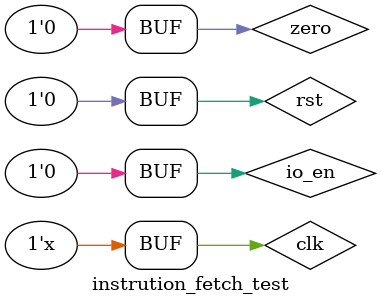
<source format=v>
`timescale 1ns / 1ps


module instrution_fetch_test();

    reg clk, rst;
    reg io_en;
    wire zero;
    assign zero = 0;
    wire [31:0] inst;
    
    instruction_fetch ifetch(
        .clk(clk),
        .rst(rst),
        .branch_inst(zero),
        .jr_inst(zero),
        .jump_inst(zero),
        .vic_enable(zero),
        .eret_inst(zero),
        .io_en(io_en),
        .uart_en(zero),
        .instruction(inst)
    );
    
    always #5 clk = ~clk;
    
    initial begin
        $monitor("initial begin");
        clk = 0;
        io_en = 0;
        rst = 0;
        #5
        rst = 1;
        #5
        rst = 0;
        #10
        io_en = 1;
        #100
        io_en = 0;
    end

endmodule

</source>
